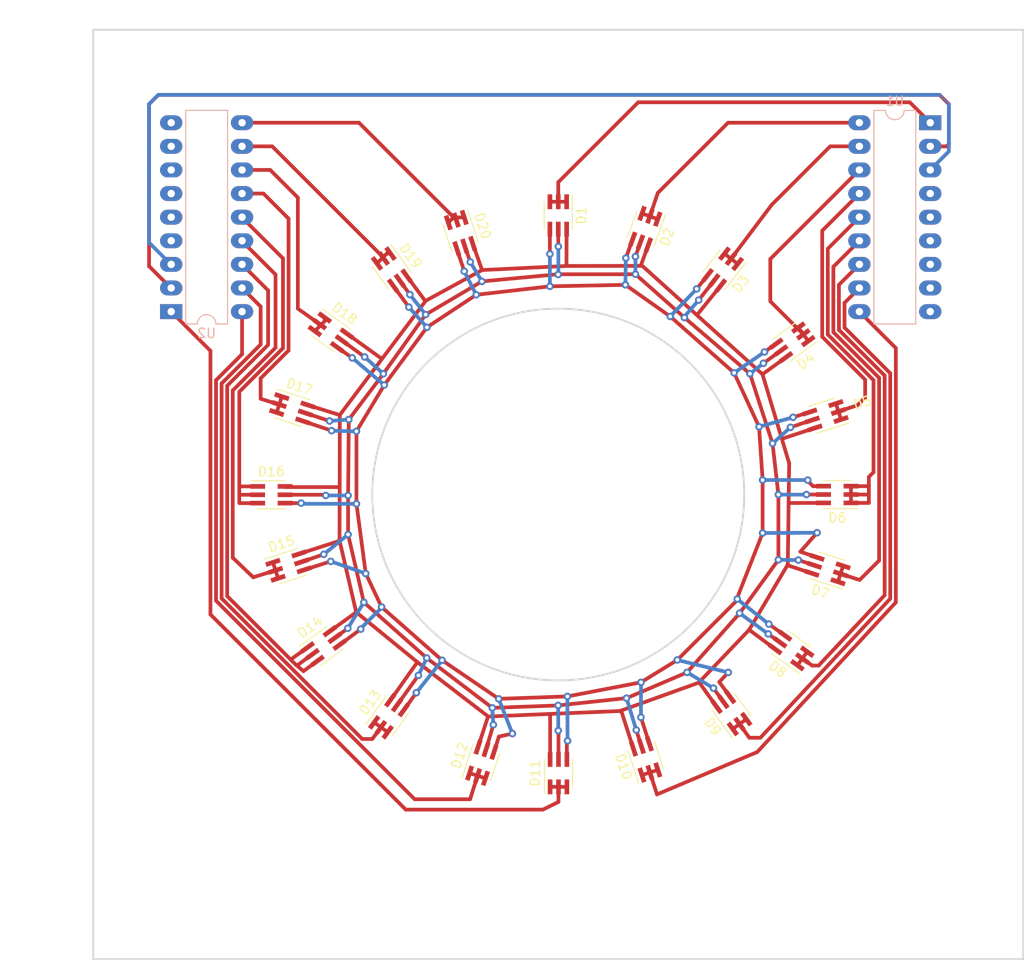
<source format=kicad_pcb>
(kicad_pcb (version 20211014) (generator pcbnew)
  (layers (0 "F.Cu" signal) (31 "B.Cu" signal) (34 "B.Paste" user) (35 "F.Paste" user) (36 "B.SilkS" user "B.Silkscreen") (37 "F.SilkS" user "F.Silkscreen") (38 "B.Mask" user) (39 "F.Mask" user) (44 "Edge.Cuts" user))
  (net 0 "")
  (net 1 "Net-(D1-Pad1)")
  (net 2 "Net-(D2-Pad1)")
  (net 3 "/RED")
  (net 4 "Net-(D9-Pad1)")
  (net 5 "Net-(D10-Pad1)")
  (net 6 "/GRN")
  (net 7 "/BLU")
  (net 8 "Net-(D4-Pad1)")
  (net 9 "Net-(D6-Pad1)")
  (net 16 "Net-(D7-Pad1)")
  (net 17 "Net-(D3-Pad1)")
  (net 18 "Net-(D8-Pad1)")
  (net 19 "Net-(D16-Pad1)")
  (net 20 "Net-(D17-Pad1)")
  (net 21 "Net-(D5-Pad1)")
  (net 22 "Net-(D18-Pad1)")
  (net 23 "Net-(D19-Pad1)")
  (net 24 "Net-(D20-Pad1)")
  (net 25 "Net-(D11-Pad1)")
  (net 26 "Net-(D12-Pad1)")
  (net 27 "Net-(D13-Pad1)")
  (net 28 "Net-(D14-Pad1)")
  (net 29 "Net-(D15-Pad1)")
  (net 30 "/V-")
  (net 31 "/V+")
  (footprint "LED_SMD:LED_Avago_PLCC6_3x2.8mm" (layer "F.Cu") (at 101.4 90.775 -18)
    (fp_text reference "D17")
    (fp_text value "OSTB8BS4C2B")
  )
  (footprint "LED_SMD:LED_Avago_PLCC6_3x2.8mm" (layer "F.Cu") (at 160 100 180)
    (fp_text reference "D6")
    (fp_text value "OSTB8BS4C2B")
  )
  (footprint "LED_SMD:LED_Avago_PLCC6_3x2.8mm" (layer "F.Cu") (at 111.8 123.85 54)
    (fp_text reference "D13")
    (fp_text value "OSTB8BS4C2B")
  )
  (footprint "LED_SMD:LED_Avago_PLCC6_3x2.8mm" (layer "F.Cu") (at 158.95 108.075 162)
    (fp_text reference "D7")
    (fp_text value "OSTB8BS4C2B")
  )
  (footprint "LED_SMD:LED_Avago_PLCC6_3x2.8mm" (layer "F.Cu") (at 101 107.7 18)
    (fp_text reference "D15")
    (fp_text value "OSTB8BS4C2B")
  )
  (footprint "LED_SMD:LED_Avago_PLCC6_3x2.8mm" (layer "F.Cu") (at 148.625 123.5 126)
    (fp_text reference "D9")
    (fp_text value "OSTB8BS4C2B")
  )
  (footprint "LED_SMD:LED_Avago_PLCC6_3x2.8mm" (layer "F.Cu") (at 130.025 129.975 90)
    (fp_text reference "D11")
    (fp_text value "OSTB8BS4C2B")
  )
  (footprint "LED_SMD:LED_Avago_PLCC6_3x2.8mm" (layer "F.Cu") (at 112.1 75.8 -54)
    (fp_text reference "D19")
    (fp_text value "OSTB8BS4C2B")
  )
  (footprint "LED_SMD:LED_Avago_PLCC6_3x2.8mm" (layer "F.Cu") (at 121.775 128.85 72)
    (fp_text reference "D12")
    (fp_text value "OSTB8BS4C2B")
  )
  (footprint "LED_SMD:LED_Avago_PLCC6_3x2.8mm" (layer "F.Cu") (at 139.4 128.5 108)
    (fp_text reference "D10")
    (fp_text value "OSTB8BS4C2B")
  )
  (footprint "LED_SMD:LED_Avago_PLCC6_3x2.8mm" (layer "F.Cu") (at 119.49 71.87 -72)
    (fp_text reference "D20")
    (fp_text value "OSTB8BS4C2B")
  )
  (footprint "LED_SMD:LED_Avago_PLCC6_3x2.8mm" (layer "F.Cu") (at 155.05 116.775 144)
    (fp_text reference "D8")
    (fp_text value "OSTB8BS4C2B")
  )
  (footprint "LED_SMD:LED_Avago_PLCC6_3x2.8mm" (layer "F.Cu") (at 147.675 75.8 -128)
    (fp_text reference "D3")
    (fp_text value "OSTB8BS4C2B")
  )
  (footprint "LED_SMD:LED_Avago_PLCC6_3x2.8mm" (layer "F.Cu") (at 139.35 71.45 -110)
    (fp_text reference "D2")
    (fp_text value "OSTB8BS4C2B")
  )
  (footprint "LED_SMD:LED_Avago_PLCC6_3x2.8mm" (layer "F.Cu") (at 130 69.975 -90)
    (fp_text reference "D1")
    (fp_text value "OSTB8BS4C2B")
  )
  (footprint "LED_SMD:LED_Avago_PLCC6_3x2.8mm" (layer "F.Cu") (at 105.55 82.55 -36)
    (fp_text reference "D18")
    (fp_text value "OSTB8BS4C2B")
  )
  (footprint "LED_SMD:LED_Avago_PLCC6_3x2.8mm" (layer "F.Cu") (at 158.725 91.525 -162)
    (fp_text reference "D5")
    (fp_text value "OSTB8BS4C2B")
  )
  (footprint "LED_SMD:LED_Avago_PLCC6_3x2.8mm" (layer "F.Cu") (at 155.16 83.63 -144)
    (fp_text reference "D4")
    (fp_text value "OSTB8BS4C2B")
  )
  (footprint "LED_SMD:LED_Avago_PLCC6_3x2.8mm" (layer "F.Cu") (at 104.775 116.3 36)
    (fp_text reference "D14")
    (fp_text value "OSTB8BS4C2B")
  )
  (footprint "LED_SMD:LED_Avago_PLCC6_3x2.8mm" (layer "F.Cu") (at 99.15 100.025)
    (fp_text reference "D16")
    (fp_text value "OSTB8BS4C2B")
  )
  (footprint "Package_DIP:DIP-18_W7.62mm_LongPads" (layer "B.Cu") (at 170 60 180)
    (fp_text reference "U1")
    (fp_text value "LM3914N")
  )
  (footprint "Package_DIP:DIP-18_W7.62mm_LongPads" (layer "B.Cu") (at 88.38 80.32)
    (fp_text reference "U2")
    (fp_text value "LM3914N")
  )
  (gr_circle (center 130 100) (end 150 100) (layer "Edge.Cuts") (width 0.2) (fill none))
  (gr_rect (start 180 50) (end 80 150) (layer "Edge.Cuts") (width 0.2) (fill none))
  (segment (start 167.8 57.8) (end 138.6 57.8) (width 0.4) (layer "F.Cu") (net 1))
  (segment (start 170 60) (end 167.8 57.8) (width 0.4) (layer "F.Cu") (net 1))
  (segment (start 138.6 57.8) (end 130 66.4) (width 0.4) (layer "F.Cu") (net 1))
  (segment (start 129.1 68.5) (end 130.9 68.5) (width 0.4) (layer "F.Cu") (net 1))
  (segment (start 130 68.5) (end 130 66.4) (width 0.4) (layer "F.Cu") (net 1))
  (segment (start 148.26 60) (end 140.7 67.56) (width 0.4) (layer "F.Cu") (net 2))
  (segment (start 139.008756 69.756135) (end 140.700203 70.371772) (width 0.4) (layer "F.Cu") (net 2))
  (segment (start 162.38 60) (end 148.26 60) (width 0.4) (layer "F.Cu") (net 2))
  (segment (start 140.7 67.56) (end 139.85448 70.063953) (width 0.4) (layer "F.Cu") (net 2))
  (segment (start 111.29 88.22) (end 108.3 93.2) (width 0.4) (layer "F.Cu") (net 3))
  (segment (start 108.3 93.2) (end 108.3 101) (width 0.4) (layer "F.Cu") (net 3))
  (segment (start 106.497307 116.161132) (end 108.77 114.48) (width 0.4) (layer "F.Cu") (net 3))
  (segment (start 129.1 77.6) (end 137.22 77.44) (width 0.4) (layer "F.Cu") (net 3))
  (segment (start 151.59 92.71) (end 151.975 98.44) (width 0.4) (layer "F.Cu") (net 3))
  (segment (start 105.54 107.19) (end 102.680924 108.100151) (width 0.4) (layer "F.Cu") (net 3))
  (segment (start 111 112.1) (end 109.3 108.5) (width 0.4) (layer "F.Cu") (net 3))
  (segment (start 112.238868 77.522307) (end 113.94 79.84) (width 0.4) (layer "F.Cu") (net 3))
  (segment (start 147.31 120.17) (end 148.486132 121.777693) (width 0.4) (layer "F.Cu") (net 3))
  (segment (start 115.88 82.01) (end 111.29 88.22) (width 0.4) (layer "F.Cu") (net 3))
  (segment (start 157.83 104.11) (end 156.03 106.15) (width 0.4) (layer "F.Cu") (net 3))
  (segment (start 100.625 100.925) (end 102.35 100.925) (width 0.4) (layer "F.Cu") (net 3))
  (segment (start 129.1 74.12) (end 129.1 71.45) (width 0.4) (layer "F.Cu") (net 3))
  (segment (start 142.04 80.84) (end 148.91 86.91) (width 0.4) (layer "F.Cu") (net 3))
  (segment (start 123.62 126.03) (end 123.086751 127.725307) (width 0.4) (layer "F.Cu") (net 3))
  (segment (start 121.18 78.51) (end 129.1 77.6) (width 0.4) (layer "F.Cu") (net 3))
  (segment (start 144.88 77.88) (end 146.05769 76.408221) (width 0.4) (layer "F.Cu") (net 3))
  (segment (start 123.6 121.98) (end 130.98 121.72) (width 0.4) (layer "F.Cu") (net 3))
  (segment (start 111 112.1) (end 117.51 117.83) (width 0.4) (layer "F.Cu") (net 3))
  (segment (start 105.63 93.13) (end 102.524693 92.086751) (width 0.4) (layer "F.Cu") (net 3))
  (segment (start 157.4 99.1) (end 158.525 99.1) (width 0.4) (layer "F.Cu") (net 3))
  (segment (start 153.437693 83.768868) (end 152.18 84.66) (width 0.4) (layer "F.Cu") (net 3))
  (segment (start 151.975 98.44) (end 151.975 104.14) (width 0.4) (layer "F.Cu") (net 3))
  (segment (start 148.91 86.91) (end 151.59 92.71) (width 0.4) (layer "F.Cu") (net 3))
  (segment (start 156.83 98.45) (end 156.83 98.53) (width 0.4) (layer "F.Cu") (net 3))
  (segment (start 137.22 77.44) (end 142.04 80.84) (width 0.4) (layer "F.Cu") (net 3))
  (segment (start 117.51 117.83) (end 123.6 121.98) (width 0.4) (layer "F.Cu") (net 3))
  (segment (start 130.925 128.5) (end 130.925 126.575) (width 0.4) (layer "F.Cu") (net 3))
  (segment (start 149.244668 111.244668) (end 149.244668 111.105332) (width 0.4) (layer "F.Cu") (net 3))
  (segment (start 138.9 120.2) (end 142.8 117.8) (width 0.4) (layer "F.Cu") (net 3))
  (segment (start 107.85 85.3) (end 106.214293 84.145099) (width 0.4) (layer "F.Cu") (net 3))
  (segment (start 155.25 91.69) (end 157.044076 91.124849) (width 0.4) (layer "F.Cu") (net 3))
  (segment (start 137.27 74.56) (end 137.999797 72.528228) (width 0.4) (layer "F.Cu") (net 3))
  (segment (start 149.244668 111.105332) (end 151.975 104.14) (width 0.4) (layer "F.Cu") (net 3))
  (segment (start 123.62 126.04) (end 125.07 125.72) (width 0.4) (layer "F.Cu") (net 3))
  (segment (start 156.03 106.15) (end 157.825307 106.763249) (width 0.4) (layer "F.Cu") (net 3))
  (segment (start 109.3 108.5) (end 108.3 101) (width 0.4) (layer "F.Cu") (net 3))
  (segment (start 119.089849 73.550924) (end 119.89 75.98) (width 0.4) (layer "F.Cu") (net 3))
  (segment (start 114.74 121.32) (end 113.395099 123.185707) (width 0.4) (layer "F.Cu") (net 3))
  (segment (start 138.89 123.97) (end 139.800151 126.819076) (width 0.4) (layer "F.Cu") (net 3))
  (segment (start 121.18 78.51) (end 115.88 82.01) (width 0.4) (layer "F.Cu") (net 3))
  (segment (start 149.244668 111.244668) (end 149.244668 111.355332) (width 0.4) (layer "F.Cu") (net 3))
  (segment (start 156.83 98.53) (end 157.4 99.1) (width 0.4) (layer "F.Cu") (net 3))
  (segment (start 130.98 121.72) (end 138.9 120.2) (width 0.4) (layer "F.Cu") (net 3))
  (segment (start 130.925 126.575) (end 131 126.5) (width 0.4) (layer "F.Cu") (net 3))
  (segment (start 148.28 119.14) (end 147.31 120.17) (width 0.4) (layer "F.Cu") (net 3))
  (segment (start 154.385707 115.179901) (end 152.65 113.94) (width 0.4) (layer "F.Cu") (net 3))
  (segment (start 149.244668 111.355332) (end 142.8 117.8) (width 0.4) (layer "F.Cu") (net 3))
  (via (at 157.83 104.11) (size 0.8) (drill 0.4) (layers "F.Cu" "B.Cu") (net 3))
  (via (at 113.94 79.84) (size 0.8) (drill 0.4) (layers "F.Cu" "B.Cu") (net 3))
  (via (at 129.1 74.12) (size 0.8) (drill 0.4) (layers "F.Cu" "B.Cu") (net 3))
  (via (at 123.6 121.98) (size 0.8) (drill 0.4) (layers "F.Cu" "B.Cu") (net 3))
  (via (at 125.07 125.72) (size 0.8) (drill 0.4) (layers "F.Cu" "B.Cu") (net 3))
  (via (at 111.29 88.22) (size 0.8) (drill 0.4) (layers "F.Cu" "B.Cu") (net 3))
  (via (at 151.975 98.44) (size 0.8) (drill 0.4) (layers "F.Cu" "B.Cu") (net 3))
  (via (at 130.98 121.72) (size 0.8) (drill 0.4) (layers "F.Cu" "B.Cu") (net 3))
  (via (at 121.18 78.51) (size 0.8) (drill 0.4) (layers "F.Cu" "B.Cu") (net 3))
  (via (at 115.88 82.01) (size 0.8) (drill 0.4) (layers "F.Cu" "B.Cu") (net 3))
  (via (at 117.51 117.83) (size 0.8) (drill 0.4) (layers "F.Cu" "B.Cu") (net 3))
  (via (at 119.89 75.98) (size 0.8) (drill 0.4) (layers "F.Cu" "B.Cu") (net 3))
  (via (at 137.27 74.56) (size 0.8) (drill 0.4) (layers "F.Cu" "B.Cu") (net 3))
  (via (at 111 112.1) (size 0.8) (drill 0.4) (layers "F.Cu" "B.Cu") (net 3))
  (via (at 148.91 86.91) (size 0.8) (drill 0.4) (layers "F.Cu" "B.Cu") (net 3))
  (via (at 129.1 77.6) (size 0.8) (drill 0.4) (layers "F.Cu" "B.Cu") (net 3))
  (via (at 102.35 100.925) (size 0.8) (drill 0.4) (layers "F.Cu" "B.Cu") (net 3))
  (via (at 151.975 104.14) (size 0.8) (drill 0.4) (layers "F.Cu" "B.Cu") (net 3))
  (via (at 109.3 108.5) (size 0.8) (drill 0.4) (layers "F.Cu" "B.Cu") (net 3))
  (via (at 131 126.5) (size 0.8) (drill 0.4) (layers "F.Cu" "B.Cu") (net 3))
  (via (at 114.74 121.32) (size 0.8) (drill 0.4) (layers "F.Cu" "B.Cu") (net 3))
  (via (at 148.28 119.14) (size 0.8) (drill 0.4) (layers "F.Cu" "B.Cu") (net 3))
  (via (at 108.77 114.48) (size 0.8) (drill 0.4) (layers "F.Cu" "B.Cu") (net 3))
  (via (at 152.65 113.94) (size 0.8) (drill 0.4) (layers "F.Cu" "B.Cu") (net 3))
  (via (at 142.8 117.8) (size 0.8) (drill 0.4) (layers "F.Cu" "B.Cu") (net 3))
  (via (at 144.88 77.88) (size 0.8) (drill 0.4) (layers "F.Cu" "B.Cu") (net 3))
  (via (at 108.3 93.2) (size 0.8) (drill 0.4) (layers "F.Cu" "B.Cu") (net 3))
  (via (at 138.9 120.2) (size 0.8) (drill 0.4) (layers "F.Cu" "B.Cu") (net 3))
  (via (at 137.22 77.44) (size 0.8) (drill 0.4) (layers "F.Cu" "B.Cu") (net 3))
  (via (at 151.59 92.71) (size 0.8) (drill 0.4) (layers "F.Cu" "B.Cu") (net 3))
  (via (at 107.85 85.3) (size 0.8) (drill 0.4) (layers "F.Cu" "B.Cu") (net 3))
  (via (at 149.244668 111.244668) (size 0.8) (drill 0.4) (layers "F.Cu" "B.Cu") (net 3))
  (via (at 156.83 98.45) (size 0.8) (drill 0.4) (layers "F.Cu" "B.Cu") (net 3))
  (via (at 142.04 80.84) (size 0.8) (drill 0.4) (layers "F.Cu" "B.Cu") (net 3))
  (via (at 108.3 101) (size 0.8) (drill 0.4) (layers "F.Cu" "B.Cu") (net 3))
  (via (at 105.63 93.13) (size 0.8) (drill 0.4) (layers "F.Cu" "B.Cu") (net 3))
  (via (at 138.89 123.97) (size 0.8) (drill 0.4) (layers "F.Cu" "B.Cu") (net 3))
  (via (at 105.54 107.19) (size 0.8) (drill 0.4) (layers "F.Cu" "B.Cu") (net 3))
  (via (at 152.18 84.66) (size 0.8) (drill 0.4) (layers "F.Cu" "B.Cu") (net 3))
  (via (at 155.25 91.69) (size 0.8) (drill 0.4) (layers "F.Cu" "B.Cu") (net 3))
  (segment (start 123.6 121.98) (end 125.07 125.72) (width 0.4) (layer "B.Cu") (net 3))
  (segment (start 148.91 86.91) (end 152.18 84.66) (width 0.4) (layer "B.Cu") (net 3))
  (segment (start 157.83 104.11) (end 151.975 104.14) (width 0.4) (layer "B.Cu") (net 3))
  (segment (start 156.82 98.44) (end 156.83 98.45) (width 0.4) (layer "B.Cu") (net 3))
  (segment (start 142.04 80.84) (end 144.88 77.88) (width 0.4) (layer "B.Cu") (net 3))
  (segment (start 148.28 119.14) (end 142.8 117.8) (width 0.4) (layer "B.Cu") (net 3))
  (segment (start 102.425 101) (end 102.35 100.925) (width 0.4) (layer "B.Cu") (net 3))
  (segment (start 108.3 101) (end 102.425 101) (width 0.4) (layer "B.Cu") (net 3))
  (segment (start 111 112.17) (end 108.77 114.4) (width 0.4) (layer "B.Cu") (net 3))
  (segment (start 109.3 108.5) (end 105.54 107.19) (width 0.4) (layer "B.Cu") (net 3))
  (segment (start 115.88 82.01) (end 113.94 79.84) (width 0.4) (layer "B.Cu") (net 3))
  (segment (start 130.98 121.72) (end 131 126.5) (width 0.4) (layer "B.Cu") (net 3))
  (segment (start 108.77 114.4) (end 108.77 114.48) (width 0.4) (layer "B.Cu") (net 3))
  (segment (start 119.89 75.98) (end 121.18 78.51) (width 0.4) (layer "B.Cu") (net 3))
  (segment (start 108.29 93.21) (end 108.3 93.2) (width 0.4) (layer "B.Cu") (net 3))
  (segment (start 155.25 91.69) (end 151.59 92.71) (width 0.4) (layer "B.Cu") (net 3))
  (segment (start 114.74 121.32) (end 117.51 117.83) (width 0.4) (layer "B.Cu") (net 3))
  (segment (start 151.975 98.44) (end 156.82 98.44) (width 0.4) (layer "B.Cu") (net 3))
  (segment (start 129.1 77.6) (end 129.1 74.12) (width 0.4) (layer "B.Cu") (net 3))
  (segment (start 138.89 123.97) (end 138.9 120.2) (width 0.4) (layer "B.Cu") (net 3))
  (segment (start 137.22 77.44) (end 137.27 74.56) (width 0.4) (layer "B.Cu") (net 3))
  (segment (start 152.65 113.94) (end 149.244668 111.244668) (width 0.4) (layer "B.Cu") (net 3))
  (segment (start 111 112.1) (end 111 112.17) (width 0.4) (layer "B.Cu") (net 3))
  (segment (start 111.29 88.22) (end 107.85 85.3) (width 0.4) (layer "B.Cu") (net 3))
  (segment (start 105.63 93.13) (end 108.29 93.21) (width 0.4) (layer "B.Cu") (net 3))
  (segment (start 160.78048 82.03693) (end 160.78048 79.37952) (width 0.4) (layer "F.Cu") (net 4))
  (segment (start 149.491983 124.6933) (end 150.55 126.17) (width 0.4) (layer "F.Cu") (net 4))
  (segment (start 151.73 126.17) (end 165.69856 111.2) (width 0.4) (layer "F.Cu") (net 4))
  (segment (start 160.78048 79.37952) (end 162.38 77.78) (width 0.4) (layer "F.Cu") (net 4))
  (segment (start 148.763868 125.222307) (end 150.220099 124.164293) (width 0.4) (layer "F.Cu") (net 4))
  (segment (start 165.69856 111.2) (end 165.69856 86.955011) (width 0.4) (layer "F.Cu") (net 4))
  (segment (start 150.55 126.17) (end 151.73 126.17) (width 0.4) (layer "F.Cu") (net 4))
  (segment (start 165.69856 86.955011) (end 160.78048 82.03693) (width 0.4) (layer "F.Cu") (net 4))
  (segment (start 139.8558 129.902808) (end 140.62 132.26) (width 0.4) (layer "F.Cu") (net 5))
  (segment (start 166.29808 84.23808) (end 162.38 80.32) (width 0.4) (layer "F.Cu") (net 5))
  (segment (start 151.4 127.7) (end 166.29808 111.6) (width 0.4) (layer "F.Cu") (net 5))
  (segment (start 140.62 132.26) (end 151.4 127.7) (width 0.4) (layer "F.Cu") (net 5))
  (segment (start 166.29808 111.6) (end 166.29808 84.23808) (width 0.4) (layer "F.Cu") (net 5))
  (segment (start 138.999849 130.180924) (end 140.711751 129.624693) (width 0.4) (layer "F.Cu") (net 5))
  (segment (start 152.58 115) (end 153.8567 115.908017) (width 0.4) (layer "F.Cu") (net 6))
  (segment (start 102.402808 107.2442) (end 104.79 106.43) (width 0.4) (layer "F.Cu") (net 6))
  (segment (start 109.1 111.6) (end 115.86 117.59) (width 0.4) (layer "F.Cu") (net 6))
  (segment (start 111.19 87.01) (end 115.74 80.64) (width 0.4) (layer "F.Cu") (net 6))
  (segment (start 107.48 91.93) (end 111.19 87.01) (width 0.4) (layer "F.Cu") (net 6))
  (segment (start 137.33 121.9) (end 137.34 121.91) (width 0.4) (layer "F.Cu") (net 6))
  (segment (start 123.02 124.77) (end 122.2308 127.447192) (width 0.4) (layer "F.Cu") (net 6))
  (segment (start 130 71.45) (end 130 73.31) (width 0.4) (layer "F.Cu") (net 6))
  (segment (start 143.57 80.966991) (end 143.57 80.96) (width 0.4) (layer "F.Cu") (net 6))
  (segment (start 143.57 80.96) (end 143.563009 80.96) (width 0.4) (layer "F.Cu") (net 6))
  (segment (start 107.4 104.3) (end 107.4 100.1) (width 0.4) (layer "F.Cu") (net 6))
  (segment (start 150.61 87) (end 153.04 94.5) (width 0.4) (layer "F.Cu") (net 6))
  (segment (start 130.025 125.425) (end 130 125.4) (width 0.4) (layer "F.Cu") (net 6))
  (segment (start 138.3 74.4) (end 138.84552 72.836047) (width 0.4) (layer "F.Cu") (net 6))
  (segment (start 150.61 87) (end 143.57 80.966991) (width 0.4) (layer "F.Cu") (net 6))
  (segment (start 115.86 117.59) (end 122.91 122.95) (width 0.4) (layer "F.Cu") (net 6))
  (segment (start 149.5 112.77) (end 153.67 107.02) (width 0.4) (layer "F.Cu") (net 6))
  (segment (start 122.91 122.95) (end 129.99 122.69) (width 0.4) (layer "F.Cu") (net 6))
  (segment (start 129.99 122.69) (end 137.33 121.9) (width 0.4) (layer "F.Cu") (net 6))
  (segment (start 130 73.31) (end 130.01 73.32) (width 0.4) (layer "F.Cu") (net 6))
  (segment (start 153.04 94.5) (end 153.67 100.01) (width 0.4) (layer "F.Cu") (net 6))
  (segment (start 153.9667 84.496983) (end 152.06 85.88) (width 0.4) (layer "F.Cu") (net 6))
  (segment (start 138.3 76.3) (end 130.02 76.3) (width 0.4) (layer "F.Cu") (net 6))
  (segment (start 109.1 111.6) (end 107.4 104.3) (width 0.4) (layer "F.Cu") (net 6))
  (segment (start 107.48 91.93) (end 107.4 100.1) (width 0.4) (layer "F.Cu") (net 6))
  (segment (start 100.625 100.025) (end 104.925 100.025) (width 0.4) (layer "F.Cu") (net 6))
  (segment (start 137.34 121.91) (end 143.85 119.13) (width 0.4) (layer "F.Cu") (net 6))
  (segment (start 106.7433 83.416983) (end 109.18 85.2) (width 0.4) (layer "F.Cu") (net 6))
  (segment (start 149.5 112.77) (end 143.85 119.13) (width 0.4) (layer "F.Cu") (net 6))
  (segment (start 121.79 77.07) (end 129.96 76.3) (width 0.4) (layer "F.Cu") (net 6))
  (segment (start 138.39 125.34) (end 138.9442 127.097192) (width 0.4) (layer "F.Cu") (net 6))
  (segment (start 105.41 92.09) (end 102.802808 91.2308) (width 0.4) (layer "F.Cu") (net 6))
  (segment (start 145.1 79.08) (end 146.766899 76.962316) (width 0.4) (layer "F.Cu") (net 6))
  (segment (start 146.69 120.83) (end 147.758017 122.3067) (width 0.4) (layer "F.Cu") (net 6))
  (segment (start 114.96 119.46) (end 112.666983 122.6567) (width 0.4) (layer "F.Cu") (net 6))
  (segment (start 115.74 80.64) (end 121.79 77.07) (width 0.4) (layer "F.Cu") (net 6))
  (segment (start 104.925 100.025) (end 105 100.1) (width 0.4) (layer "F.Cu") (net 6))
  (segment (start 153.67 107.02) (end 153.67 100.01) (width 0.4) (layer "F.Cu") (net 6))
  (segment (start 129.96 76.3) (end 129.99 76.33) (width 0.4) (layer "F.Cu") (net 6))
  (segment (start 143.563009 80.96) (end 138.3 76.3) (width 0.4) (layer "F.Cu") (net 6))
  (segment (start 154.97 92.77) (end 157.322192 91.9808) (width 0.4) (layer "F.Cu") (net 6))
  (segment (start 107.37 114.39) (end 105.9683 115.433017) (width 0.4) (layer "F.Cu") (net 6))
  (segment (start 156.69 100) (end 158.525 100) (width 0.4) (layer "F.Cu") (net 6))
  (segment (start 130.02 76.3) (end 129.99 76.33) (width 0.4) (layer "F.Cu") (net 6))
  (segment (start 112.966983 76.9933) (end 114.05 78.49) (width 0.4) (layer "F.Cu") (net 6))
  (segment (start 130.025 128.5) (end 130.025 125.425) (width 0.4) (layer "F.Cu") (net 6))
  (segment (start 120.54 74.98) (end 119.9458 73.272808) (width 0.4) (layer "F.Cu") (net 6))
  (segment (start 155.81 107.05) (end 157.547192 107.6192) (width 0.4) (layer "F.Cu") (net 6))
  (via (at 152.06 85.88) (size 0.8) (drill 0.4) (layers "F.Cu" "B.Cu") (net 6))
  (via (at 109.1 111.6) (size 0.8) (drill 0.4) (layers "F.Cu" "B.Cu") (net 6))
  (via (at 107.37 114.39) (size 0.8) (drill 0.4) (layers "F.Cu" "B.Cu") (net 6))
  (via (at 129.99 76.33) (size 0.8) (drill 0.4) (layers "F.Cu" "B.Cu") (net 6))
  (via (at 156.69 100) (size 0.8) (drill 0.4) (layers "F.Cu" "B.Cu") (net 6))
  (via (at 150.61 87) (size 0.8) (drill 0.4) (layers "F.Cu" "B.Cu") (net 6))
  (via (at 114.05 78.49) (size 0.8) (drill 0.4) (layers "F.Cu" "B.Cu") (net 6))
  (via (at 122.91 122.95) (size 0.8) (drill 0.4) (layers "F.Cu" "B.Cu") (net 6))
  (via (at 123.02 124.77) (size 0.8) (drill 0.4) (layers "F.Cu" "B.Cu") (net 6))
  (via (at 146.69 120.83) (size 0.8) (drill 0.4) (layers "F.Cu" "B.Cu") (net 6))
  (via (at 107.4 104.3) (size 0.8) (drill 0.4) (layers "F.Cu" "B.Cu") (net 6))
  (via (at 105.41 92.09) (size 0.8) (drill 0.4) (layers "F.Cu" "B.Cu") (net 6))
  (via (at 154.97 92.77) (size 0.8) (drill 0.4) (layers "F.Cu" "B.Cu") (net 6))
  (via (at 152.58 115) (size 0.8) (drill 0.4) (layers "F.Cu" "B.Cu") (net 6))
  (via (at 153.04 94.5) (size 0.8) (drill 0.4) (layers "F.Cu" "B.Cu") (net 6))
  (via (at 138.39 125.34) (size 0.8) (drill 0.4) (layers "F.Cu" "B.Cu") (net 6))
  (via (at 105 100.1) (size 0.8) (drill 0.4) (layers "F.Cu" "B.Cu") (net 6))
  (via (at 138.3 74.4) (size 0.8) (drill 0.4) (layers "F.Cu" "B.Cu") (net 6))
  (via (at 115.74 80.64) (size 0.8) (drill 0.4) (layers "F.Cu" "B.Cu") (net 6))
  (via (at 130.01 73.32) (size 0.8) (drill 0.4) (layers "F.Cu" "B.Cu") (net 6))
  (via (at 149.5 112.77) (size 0.8) (drill 0.4) (layers "F.Cu" "B.Cu") (net 6))
  (via (at 153.67 100.01) (size 0.8) (drill 0.4) (layers "F.Cu" "B.Cu") (net 6))
  (via (at 153.67 107.02) (size 0.8) (drill 0.4) (layers "F.Cu" "B.Cu") (net 6))
  (via (at 138.3 76.3) (size 0.8) (drill 0.4) (layers "F.Cu" "B.Cu") (net 6))
  (via (at 145.1 79.08) (size 0.8) (drill 0.4) (layers "F.Cu" "B.Cu") (net 6))
  (via (at 111.19 87.01) (size 0.8) (drill 0.4) (layers "F.Cu" "B.Cu") (net 6))
  (via (at 104.79 106.43) (size 0.8) (drill 0.4) (layers "F.Cu" "B.Cu") (net 6))
  (via (at 107.48 91.93) (size 0.8) (drill 0.4) (layers "F.Cu" "B.Cu") (net 6))
  (via (at 137.34 121.91) (size 0.8) (drill 0.4) (layers "F.Cu" "B.Cu") (net 6))
  (via (at 143.57 80.96) (size 0.8) (drill 0.4) (layers "F.Cu" "B.Cu") (net 6))
  (via (at 107.4 100.1) (size 0.8) (drill 0.4) (layers "F.Cu" "B.Cu") (net 6))
  (via (at 130 125.4) (size 0.8) (drill 0.4) (layers "F.Cu" "B.Cu") (net 6))
  (via (at 129.99 122.69) (size 0.8) (drill 0.4) (layers "F.Cu" "B.Cu") (net 6))
  (via (at 115.86 117.59) (size 0.8) (drill 0.4) (layers "F.Cu" "B.Cu") (net 6))
  (via (at 143.85 119.13) (size 0.8) (drill 0.4) (layers "F.Cu" "B.Cu") (net 6))
  (via (at 120.54 74.98) (size 0.8) (drill 0.4) (layers "F.Cu" "B.Cu") (net 6))
  (via (at 155.81 107.05) (size 0.8) (drill 0.4) (layers "F.Cu" "B.Cu") (net 6))
  (via (at 121.79 77.07) (size 0.8) (drill 0.4) (layers "F.Cu" "B.Cu") (net 6))
  (via (at 114.96 119.46) (size 0.8) (drill 0.4) (layers "F.Cu" "B.Cu") (net 6))
  (via (at 109.18 85.2) (size 0.8) (drill 0.4) (layers "F.Cu" "B.Cu") (net 6))
  (segment (start 123.02 124.77) (end 122.91 122.95) (width 0.4) (layer "B.Cu") (net 6))
  (segment (start 138.39 125.34) (end 137.34 121.91) (width 0.4) (layer "B.Cu") (net 6))
  (segment (start 109.1 111.6) (end 107.37 114.39) (width 0.4) (layer "B.Cu") (net 6))
  (segment (start 107.4 100.1) (end 105 100.1) (width 0.4) (layer "B.Cu") (net 6))
  (segment (start 111.19 87.01) (end 109.18 85.2) (width 0.4) (layer "B.Cu") (net 6))
  (segment (start 107.48 91.93) (end 105.41 92.09) (width 0.4) (layer "B.Cu") (net 6))
  (segment (start 104.79 106.43) (end 107.4 104.3) (width 0.4) (layer "B.Cu") (net 6))
  (segment (start 143.57 80.86) (end 143.57 80.96) (width 0.4) (layer "B.Cu") (net 6))
  (segment (start 156.68 100.01) (end 156.69 100) (width 0.4) (layer "B.Cu") (net 6))
  (segment (start 153.67 107.02) (end 155.81 107.05) (width 0.4) (layer "B.Cu") (net 6))
  (segment (start 129.99 122.69) (end 130 125.4) (width 0.4) (layer "B.Cu") (net 6))
  (segment (start 114.96 119.46) (end 115.86 117.59) (width 0.4) (layer "B.Cu") (net 6))
  (segment (start 130.01 73.32) (end 130.01 76.31) (width 0.4) (layer "B.Cu") (net 6))
  (segment (start 145.1 79.08) (end 143.57 80.86) (width 0.4) (layer "B.Cu") (net 6))
  (segment (start 152.06 85.88) (end 150.61 87) (width 0.4) (layer "B.Cu") (net 6))
  (segment (start 154.97 92.77) (end 153.04 94.5) (width 0.4) (layer "B.Cu") (net 6))
  (segment (start 138.3 76.3) (end 138.3 74.4) (width 0.4) (layer "B.Cu") (net 6))
  (segment (start 115.74 80.64) (end 114.05 78.49) (width 0.4) (layer "B.Cu") (net 6))
  (segment (start 120.54 74.98) (end 121.79 77.07) (width 0.4) (layer "B.Cu") (net 6))
  (segment (start 130.01 76.31) (end 129.99 76.33) (width 0.4) (layer "B.Cu") (net 6))
  (segment (start 146.69 120.83) (end 143.85 119.13) (width 0.4) (layer "B.Cu") (net 6))
  (segment (start 149.5 112.77) (end 152.58 115) (width 0.4) (layer "B.Cu") (net 6))
  (segment (start 153.67 100.01) (end 156.68 100.01) (width 0.4) (layer "B.Cu") (net 6))
  (segment (start 145.15 120.19) (end 150.54 114.54) (width 0.4) (layer "F.Cu") (net 7))
  (segment (start 106.51 91.44) (end 106.5 99.2) (width 0.4) (layer "F.Cu") (net 7))
  (segment (start 138.93 75.3) (end 151.96 87.06) (width 0.4) (layer "F.Cu") (net 7))
  (segment (start 115.7 79.18) (end 121.8 75.85) (width 0.4) (layer "F.Cu") (net 7))
  (segment (start 111.03 85.4) (end 107.272307 82.688868) (width 0.4) (layer "F.Cu") (net 7))
  (segment (start 154.68 107.54) (end 154.83 96.64) (width 0.4) (layer "F.Cu") (net 7))
  (segment (start 157.269076 108.475151) (end 154.65 107.61) (width 0.4) (layer "F.Cu") (net 7))
  (segment (start 100.625 99.125) (end 100.7 99.2) (width 0.4) (layer "F.Cu") (net 7))
  (segment (start 147.029901 122.835707) (end 145.14 120.19) (width 0.4) (layer "F.Cu") (net 7))
  (segment (start 121.8 75.85) (end 130.88 75.41) (width 0.4) (layer "F.Cu") (net 7))
  (segment (start 113.695099 76.464293) (end 115.7 79.18) (width 0.4) (layer "F.Cu") (net 7))
  (segment (start 129.125 123.6) (end 129.125 128.5) (width 0.4) (layer "F.Cu") (net 7))
  (segment (start 100.7 99.2) (end 106.5 99.2) (width 0.4) (layer "F.Cu") (net 7))
  (segment (start 151.96 87.06) (end 154.81 96.57) (width 0.4) (layer "F.Cu") (net 7))
  (segment (start 111.938868 122.127693) (end 112 122.066561) (width 0.4) (layer "F.Cu") (net 7))
  (segment (start 121.374849 127.169076) (end 122.44 123.9) (width 0.4) (layer "F.Cu") (net 7))
  (segment (start 102.124693 106.388249) (end 106.51 104.97) (width 0.4) (layer "F.Cu") (net 7))
  (segment (start 158.525 100.9) (end 154.79 100.91) (width 0.4) (layer "F.Cu") (net 7))
  (segment (start 130.88 75.41) (end 130.9 71.45) (width 0.4) (layer "F.Cu") (net 7))
  (segment (start 139 75.4) (end 130.81 75.41) (width 0.4) (layer "F.Cu") (net 7))
  (segment (start 154.495707 85.225099) (end 151.96 87.06) (width 0.4) (layer "F.Cu") (net 7))
  (segment (start 114.83 118.01) (end 122.44 123.86) (width 0.4) (layer "F.Cu") (net 7))
  (segment (start 150.59 114.45) (end 154.68 107.54) (width 0.4) (layer "F.Cu") (net 7))
  (segment (start 106.48 104.98) (end 106.5 99.2) (width 0.4) (layer "F.Cu") (net 7))
  (segment (start 114.85 118.03) (end 108.27 112.65) (width 0.4) (layer "F.Cu") (net 7))
  (segment (start 150.51 114.54) (end 153.327693 116.636132) (width 0.4) (layer "F.Cu") (net 7))
  (segment (start 103.080924 90.374849) (end 106.51 91.45) (width 0.4) (layer "F.Cu") (net 7))
  (segment (start 136.62 123.29) (end 122.48 123.88) (width 0.4) (layer "F.Cu") (net 7))
  (segment (start 108.27 112.65) (end 106.48 104.94) (width 0.4) (layer "F.Cu") (net 7))
  (segment (start 136.77 123.26) (end 138.088249 127.375307) (width 0.4) (layer "F.Cu") (net 7))
  (segment (start 120.801751 72.994693) (end 121.8 75.84) (width 0.4) (layer "F.Cu") (net 7))
  (segment (start 147.476109 77.516411) (end 144.96 80.63) (width 0.4) (layer "F.Cu") (net 7))
  (segment (start 139.691244 73.143865) (end 138.87 75.39) (width 0.4) (layer "F.Cu") (net 7))
  (segment (start 157.600307 92.836751) (end 154.06 94) (width 0.4) (layer "F.Cu") (net 7))
  (segment (start 112 122.066561) (end 114.85 118.03) (width 0.4) (layer "F.Cu") (net 7))
  (segment (start 105.439293 114.704901) (end 108.3 112.65) (width 0.4) (layer "F.Cu") (net 7))
  (segment (start 145.19 120.21) (end 136.62 123.29) (width 0.4) (layer "F.Cu") (net 7))
  (segment (start 115.74 79.17) (end 106.51 91.44) (width 0.4) (layer "F.Cu") (net 7))
  (segment (start 155.824293 82.034901) (end 156.882307 83.491132) (width 0.4) (layer "F.Cu") (net 8))
  (segment (start 162.38 65.08) (end 152.8 74.66) (width 0.4) (layer "F.Cu") (net 8))
  (segment (start 152.8 74.66) (end 152.8 79.209717) (width 0.4) (layer "F.Cu") (net 8))
  (segment (start 152.8 79.209717) (end 156.3533 82.763017) (width 0.4) (layer "F.Cu") (net 8))
  (segment (start 163.9 87.7) (end 163.9 97.6) (width 0.4) (layer "F.Cu") (net 9))
  (segment (start 163.9 97.6) (end 163.4 98.1) (width 0.4) (layer "F.Cu") (net 9))
  (segment (start 162.38 70.16) (end 158.98192 73.55808) (width 0.4) (layer "F.Cu") (net 9))
  (segment (start 161.475 99.1) (end 163.4 99.1) (width 0.4) (layer "F.Cu") (net 9))
  (segment (start 163.4 100.9) (end 161.475 100.9) (width 0.4) (layer "F.Cu") (net 9))
  (segment (start 161.475 100.9) (end 161.475 99.1) (width 0.4) (layer "F.Cu") (net 9))
  (segment (start 163.4 98.1) (end 163.4 100.9) (width 0.4) (layer "F.Cu") (net 9))
  (segment (start 158.98192 82.78192) (end 163.9 87.7) (width 0.4) (layer "F.Cu") (net 9))
  (segment (start 158.98192 73.55808) (end 158.98192 82.78192) (width 0.4) (layer "F.Cu") (net 9))
  (segment (start 163.4 100) (end 161.475 100) (width 0.4) (layer "F.Cu") (net 9))
  (segment (start 160.352808 108.5308) (end 162.41 109.19) (width 0.4) (layer "F.Cu") (net 16))
  (segment (start 164.49952 107.10048) (end 164.49952 87.45167) (width 0.4) (layer "F.Cu") (net 16))
  (segment (start 159.58144 82.53359) (end 159.58144 75.49856) (width 0.4) (layer "F.Cu") (net 16))
  (segment (start 160.074693 109.386751) (end 160.630924 107.674849) (width 0.4) (layer "F.Cu") (net 16))
  (segment (start 159.58144 75.49856) (end 162.38 72.7) (width 0.4) (layer "F.Cu") (net 16))
  (segment (start 162.41 109.19) (end 164.49952 107.10048) (width 0.4) (layer "F.Cu") (net 16))
  (segment (start 164.49952 87.45167) (end 159.58144 82.53359) (width 0.4) (layer "F.Cu") (net 16))
  (segment (start 152.95 68.83) (end 148.583101 74.637684) (width 0.4) (layer "F.Cu") (net 17))
  (segment (start 162.38 62.54) (end 159.24 62.54) (width 0.4) (layer "F.Cu") (net 17))
  (segment (start 147.873891 74.083589) (end 149.29231 75.191779) (width 0.4) (layer "F.Cu") (net 17))
  (segment (start 159.24 62.54) (end 152.95 68.83) (width 0.4) (layer "F.Cu") (net 17))
  (segment (start 160.18096 77.43904) (end 162.38 75.24) (width 0.4) (layer "F.Cu") (net 18))
  (segment (start 156.772307 116.913868) (end 155.714293 118.370099) (width 0.4) (layer "F.Cu") (net 18))
  (segment (start 157.3 118.4) (end 158 118.4) (width 0.4) (layer "F.Cu") (net 18))
  (segment (start 165.09904 110.824885) (end 165.09904 87.20334) (width 0.4) (layer "F.Cu") (net 18))
  (segment (start 156.2433 117.641983) (end 157.3 118.4) (width 0.4) (layer "F.Cu") (net 18))
  (segment (start 165.09904 87.20334) (end 160.18096 82.28526) (width 0.4) (layer "F.Cu") (net 18))
  (segment (start 158 118.4) (end 165.09904 110.824885) (width 0.4) (layer "F.Cu") (net 18))
  (segment (start 160.18096 82.28526) (end 160.18096 77.43904) (width 0.4) (layer "F.Cu") (net 18))
  (segment (start 100.4 84.24785) (end 95.7 88.94785) (width 0.4) (layer "F.Cu") (net 19))
  (segment (start 95.7 100.925) (end 97.675 100.925) (width 0.4) (layer "F.Cu") (net 19))
  (segment (start 100.4 74.595) (end 100.4 84.24785) (width 0.4) (layer "F.Cu") (net 19))
  (segment (start 97.675 99.125) (end 95.7 99.125) (width 0.4) (layer "F.Cu") (net 19))
  (segment (start 95.795 69.99) (end 100.4 74.595) (width 0.4) (layer "F.Cu") (net 19))
  (segment (start 95.7 88.94785) (end 95.7 100.9) (width 0.4) (layer "F.Cu") (net 19))
  (segment (start 97.675 100.025) (end 95.7 100.025) (width 0.4) (layer "F.Cu") (net 19))
  (segment (start 101 84.4957) (end 98 87.4957) (width 0.4) (layer "F.Cu") (net 20))
  (segment (start 101 70.3175) (end 101 84.5) (width 0.4) (layer "F.Cu") (net 20))
  (segment (start 96 67.62) (end 98.3025 67.62) (width 0.4) (layer "F.Cu") (net 20))
  (segment (start 98 87.4957) (end 98 89.7) (width 0.4) (layer "F.Cu") (net 20))
  (segment (start 98 89.7) (end 99.997192 90.3192) (width 0.4) (layer "F.Cu") (net 20))
  (segment (start 100.275307 89.463249) (end 99.719076 91.175151) (width 0.4) (layer "F.Cu") (net 20))
  (segment (start 98.3025 67.62) (end 101 70.3175) (width 0.4) (layer "F.Cu") (net 20))
  (segment (start 158.3824 83.030249) (end 158.3824 71.6176) (width 0.4) (layer "F.Cu") (net 21))
  (segment (start 162.18 90.39) (end 163 89.57) (width 0.4) (layer "F.Cu") (net 21))
  (segment (start 160.127808 91.0692) (end 162.18 90.39) (width 0.4) (layer "F.Cu") (net 21))
  (segment (start 158.3824 71.6176) (end 162.38 67.62) (width 0.4) (layer "F.Cu") (net 21))
  (segment (start 159.849693 90.213249) (end 160.405924 91.925151) (width 0.4) (layer "F.Cu") (net 21))
  (segment (start 163 89.57) (end 163 87.64785) (width 0.4) (layer "F.Cu") (net 21))
  (segment (start 163 87.64785) (end 158.3824 83.030249) (width 0.4) (layer "F.Cu") (net 21))
  (segment (start 102 80) (end 104.3567 81.683017) (width 0.4) (layer "F.Cu") (net 22))
  (segment (start 104.885707 80.954901) (end 104.885707 81.353118) (width 0.4) (layer "F.Cu") (net 22))
  (segment (start 99.0225 65.08) (end 102 68.0575) (width 0.4) (layer "F.Cu") (net 22))
  (segment (start 96 65.08) (end 99.0225 65.08) (width 0.4) (layer "F.Cu") (net 22))
  (segment (start 104.885707 81.353118) (end 103.827693 82.411132) (width 0.4) (layer "F.Cu") (net 22))
  (segment (start 102 68.0575) (end 102 80) (width 0.4) (layer "F.Cu") (net 22))
  (segment (start 111.961132 74.077693) (end 111.562915 74.077693) (width 0.4) (layer "F.Cu") (net 23))
  (segment (start 95.965 62.54) (end 99.24 62.54) (width 0.4) (layer "F.Cu") (net 23))
  (segment (start 111.233017 74.533017) (end 111.233017 74.6067) (width 0.4) (layer "F.Cu") (net 23))
  (segment (start 111.562915 74.077693) (end 110.504901 75.135707) (width 0.4) (layer "F.Cu") (net 23))
  (segment (start 99.24 62.54) (end 111.233017 74.533017) (width 0.4) (layer "F.Cu") (net 23))
  (segment (start 108.567008 60) (end 119.0342 70.467192) (width 0.4) (layer "F.Cu") (net 24))
  (segment (start 119.890151 70.189076) (end 118.73448 70.189076) (width 0.4) (layer "F.Cu") (net 24))
  (segment (start 96 60) (end 108.567008 60) (width 0.4) (layer "F.Cu") (net 24))
  (segment (start 118.73448 70.189076) (end 118.178249 70.745307) (width 0.4) (layer "F.Cu") (net 24))
  (segment (start 113.6 133.9) (end 92.6 112.9) (width 0.4) (layer "F.Cu") (net 25))
  (segment (start 92.6 112.9) (end 92.6 84.54) (width 0.4) (layer "F.Cu") (net 25))
  (segment (start 130.025 131.45) (end 130.02 133.07) (width 0.4) (layer "F.Cu") (net 25))
  (segment (start 128.35 133.9) (end 113.6 133.9) (width 0.4) (layer "F.Cu") (net 25))
  (segment (start 92.6 84.54) (end 88.38 80.32) (width 0.4) (layer "F.Cu") (net 25))
  (segment (start 129.125 131.45) (end 130.925 131.45) (width 0.4) (layer "F.Cu") (net 25))
  (segment (start 130.02 133.07) (end 128.35 133.9) (width 0.4) (layer "F.Cu") (net 25))
  (segment (start 120.52 132.78) (end 114.554702 132.78) (width 0.4) (layer "F.Cu") (net 26))
  (segment (start 120.463249 129.974693) (end 122.175151 130.530924) (width 0.4) (layer "F.Cu") (net 26))
  (segment (start 93.20096 111.4) (end 93.20096 87.69904) (width 0.4) (layer "F.Cu") (net 26))
  (segment (start 96 84.9) (end 96 80.32) (width 0.4) (layer "F.Cu") (net 26))
  (segment (start 114.554702 132.78) (end 93.20096 111.426258) (width 0.4) (layer "F.Cu") (net 26))
  (segment (start 93.20096 87.69904) (end 96 84.9) (width 0.4) (layer "F.Cu") (net 26))
  (segment (start 121.3192 130.252808) (end 120.52 132.78) (width 0.4) (layer "F.Cu") (net 26))
  (segment (start 93.80048 111.177929) (end 93.80048 88.05167) (width 0.4) (layer "F.Cu") (net 27))
  (segment (start 110.204901 124.514293) (end 111.661132 125.572307) (width 0.4) (layer "F.Cu") (net 27))
  (segment (start 98 83.85215) (end 98 79.78) (width 0.4) (layer "F.Cu") (net 27))
  (segment (start 93.80048 88.05167) (end 94.151671 87.70048) (width 0.4) (layer "F.Cu") (net 27))
  (segment (start 110 126.3) (end 108.922551 126.3) (width 0.4) (layer "F.Cu") (net 27))
  (segment (start 108.922551 126.3) (end 93.80048 111.177929) (width 0.4) (layer "F.Cu") (net 27))
  (segment (start 110.933017 125.0433) (end 110 126.3) (width 0.4) (layer "F.Cu") (net 27))
  (segment (start 94.151671 87.70048) (end 98 83.85215) (width 0.4) (layer "F.Cu") (net 27))
  (segment (start 98 79.78) (end 96 77.78) (width 0.4) (layer "F.Cu") (net 27))
  (segment (start 101.3 117.7) (end 103.052693 116.438868) (width 0.4) (layer "F.Cu") (net 28))
  (segment (start 98.8 78.04) (end 98.8 83.8) (width 0.4) (layer "F.Cu") (net 28))
  (segment (start 102.6 119) (end 101.9 118.4) (width 0.4) (layer "F.Cu") (net 28))
  (segment (start 94.4 110.9296) (end 94.4 88.3) (width 0.4) (layer "F.Cu") (net 28))
  (segment (start 96 75.24) (end 98.8 78.04) (width 0.4) (layer "F.Cu") (net 28))
  (segment (start 101.8704 118.4) (end 94.4 110.9296) (width 0.4) (layer "F.Cu") (net 28))
  (segment (start 94.4 88.3) (end 98.8 83.9) (width 0.4) (layer "F.Cu") (net 28))
  (segment (start 103.5817 117.166983) (end 101.9 118.4) (width 0.4) (layer "F.Cu") (net 28))
  (segment (start 104.110707 117.895099) (end 102.6 119) (width 0.4) (layer "F.Cu") (net 28))
  (segment (start 97.2 108.9) (end 95 106.8) (width 0.4) (layer "F.Cu") (net 29))
  (segment (start 99.6 76.335) (end 95.795 72.53) (width 0.4) (layer "F.Cu") (net 29))
  (segment (start 99.6 84.2) (end 99.6 76.335) (width 0.4) (layer "F.Cu") (net 29))
  (segment (start 95 106.8) (end 95 88.8) (width 0.4) (layer "F.Cu") (net 29))
  (segment (start 99.597192 108.1558) (end 97.2 108.9) (width 0.4) (layer "F.Cu") (net 29))
  (segment (start 99.319076 107.299849) (end 99.875307 109.011751) (width 0.4) (layer "F.Cu") (net 29))
  (segment (start 95 88.8) (end 99.6 84.2) (width 0.4) (layer "F.Cu") (net 29))
  (segment (start 172 62.3) (end 172 58) (width 0.4) (layer "F.Cu") (net 30))
  (segment (start 171.76 62.54) (end 172 62.3) (width 0.4) (layer "F.Cu") (net 30))
  (segment (start 87 57) (end 86 58) (width 0.4) (layer "F.Cu") (net 30))
  (segment (start 170 62.54) (end 171.76 62.54) (width 0.4) (layer "F.Cu") (net 30))
  (segment (start 172 58) (end 171 57) (width 0.4) (layer "F.Cu") (net 30))
  (segment (start 86 75.435) (end 88.175 77.61) (width 0.4) (layer "F.Cu") (net 30))
  (segment (start 86 58) (end 86 75.435) (width 0.4) (layer "F.Cu") (net 30))
  (segment (start 171 57) (end 87 57) (width 0.4) (layer "F.Cu") (net 30))
  (segment (start 172 58) (end 171 57) (width 0.2) (layer "B.Cu") (net 31))
  (segment (start 170 65.08) (end 172 63.08) (width 0.4) (layer "B.Cu") (net 31))
  (segment (start 87 57) (end 86 58) (width 0.4) (layer "B.Cu") (net 31))
  (segment (start 171 57) (end 87 57) (width 0.4) (layer "B.Cu") (net 31))
  (segment (start 172 63.08) (end 172 58) (width 0.4) (layer "B.Cu") (net 31))
  (segment (start 86 72.895) (end 88.175 75.07) (width 0.4) (layer "B.Cu") (net 31))
  (segment (start 86 58) (end 86 72.895) (width 0.4) (layer "B.Cu") (net 31))
)
</source>
